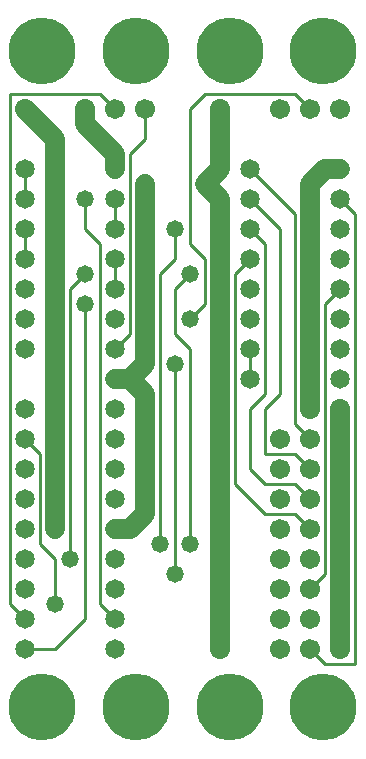
<source format=gtl>
%MOIN*%
%FSLAX25Y25*%
G04 D10 used for Character Trace; *
G04     Circle (OD=.01000) (No hole)*
G04 D11 used for Power Trace; *
G04     Circle (OD=.06700) (No hole)*
G04 D12 used for Signal Trace; *
G04     Circle (OD=.01100) (No hole)*
G04 D13 used for Via; *
G04     Circle (OD=.05800) (Round. Hole ID=.02800)*
G04 D14 used for Component hole; *
G04     Circle (OD=.06500) (Round. Hole ID=.03500)*
G04 D15 used for Component hole; *
G04     Circle (OD=.06700) (Round. Hole ID=.04300)*
G04 D16 used for Component hole; *
G04     Circle (OD=.08100) (Round. Hole ID=.05100)*
G04 D17 used for Component hole; *
G04     Circle (OD=.08900) (Round. Hole ID=.05900)*
G04 D18 used for Component hole; *
G04     Circle (OD=.11300) (Round. Hole ID=.08300)*
G04 D19 used for Component hole; *
G04     Circle (OD=.16000) (Round. Hole ID=.13000)*
G04 D20 used for Component hole; *
G04     Circle (OD=.18300) (Round. Hole ID=.15300)*
G04 D21 used for Component hole; *
G04     Circle (OD=.22291) (Round. Hole ID=.19291)*
%ADD10C,.01000*%
%ADD11C,.06700*%
%ADD12C,.01100*%
%ADD13C,.05800*%
%ADD14C,.06500*%
%ADD15C,.06700*%
%ADD16C,.08100*%
%ADD17C,.08900*%
%ADD18C,.11300*%
%ADD19C,.16000*%
%ADD20C,.18300*%
%ADD21C,.22291*%
%IPPOS*%
%LPD*%
G90*X0Y0D02*D21*X15625Y15625D03*D12*              
X10000Y35000D02*X20000D01*D14*X10000D03*D12*      
X20000D02*X30000Y45000D01*Y150000D01*D13*D03*D12* 
X25000Y65000D02*Y155000D01*D13*Y65000D03*D12*     
X20000Y50000D02*Y65000D01*D13*Y50000D03*D14*      
X10000Y55000D03*Y45000D03*D12*X5000Y50000D01*     
Y220000D01*X35000D01*X40000Y215000D01*D15*D03*D12*
X45000Y200000D02*X50000Y205000D01*                
X45000Y140000D02*Y200000D01*X40000Y135000D02*     
X45000Y140000D01*D14*X40000Y135000D03*D11*        
X45000Y125000D02*X50000Y130000D01*Y120000D02*     
X45000Y125000D01*X50000Y80000D02*Y120000D01*      
X45000Y75000D02*X50000Y80000D01*X40000Y75000D02*  
X45000D01*D14*X40000D03*Y85000D03*Y65000D03*D13*  
X55000Y70000D03*D12*Y160000D01*X60000Y165000D01*  
Y175000D01*D13*D03*D12*X70000Y165000D02*          
X65000Y170000D01*X70000Y150000D02*Y165000D01*     
X65000Y145000D02*X70000Y150000D01*D13*            
X65000Y145000D03*D12*Y135000D02*X60000Y140000D01* 
X65000Y70000D02*Y135000D01*D13*Y70000D03*D15*     
X75000Y65000D03*D11*Y55000D01*D15*D03*D11*        
Y45000D01*D15*D03*D11*Y35000D01*D15*D03*          
X95000Y55000D03*Y35000D03*D21*X78125Y15625D03*D15*
X95000Y45000D03*D13*X60000Y60000D03*D12*          
Y130000D01*D13*D03*D12*Y140000D02*Y155000D01*     
X65000Y160000D01*D13*D03*D12*Y170000D02*          
Y215000D01*X70000Y220000D01*X100000D01*           
X105000Y215000D01*D15*D03*X115000D03*X95000D03*   
D14*X85000Y195000D03*D12*X100000Y180000D01*       
Y110000D01*X105000Y105000D01*D15*D03*D12*         
Y95000D02*X100000Y100000D01*D15*X105000Y95000D03* 
D12*X90000Y100000D02*X100000D01*X90000D02*        
Y115000D01*X95000Y120000D01*Y175000D01*           
X85000Y185000D01*D14*D03*D11*X70000Y190000D02*    
X75000Y195000D01*D14*X70000Y190000D03*D11*        
X75000Y185000D01*Y125000D01*D13*D03*D11*          
Y105000D01*D15*D03*D11*Y95000D01*D15*D03*D11*     
Y85000D01*D15*D03*D11*Y75000D01*D15*D03*D11*      
Y65000D01*D12*X90000Y80000D02*X100000D01*         
X105000Y75000D01*D15*D03*X115000Y65000D03*D11*    
Y55000D01*D15*D03*D11*Y45000D01*D15*D03*D11*      
Y35000D01*D15*D03*D12*X110000Y30000D02*X120000D01*
X110000D02*X105000Y35000D01*D15*D03*Y45000D03*D12*
X120000Y30000D02*Y180000D01*X115000Y185000D01*D14*
D03*D11*X105000Y115000D02*Y190000D01*D15*         
Y115000D03*X115000Y105000D03*D11*Y95000D01*D15*   
D03*D11*Y85000D01*D15*D03*D11*Y75000D01*D15*D03*  
D11*Y65000D01*D12*X105000Y55000D02*               
X110000Y60000D01*D15*X105000Y55000D03*D12*        
X110000Y60000D02*Y150000D01*X115000Y155000D01*D14*
D03*Y165000D03*Y145000D03*Y175000D03*Y135000D03*  
D12*X90000Y120000D02*Y170000D01*X85000Y115000D02* 
X90000Y120000D01*X85000Y95000D02*Y115000D01*      
X90000Y90000D02*X85000Y95000D01*X90000Y90000D02*  
X100000D01*X105000Y85000D01*D15*D03*              
X95000Y95000D03*Y75000D03*Y85000D03*D12*          
X90000Y80000D02*X80000Y90000D01*Y160000D01*       
X85000Y165000D01*D14*D03*D12*X90000Y170000D02*    
X85000Y175000D01*D14*D03*Y155000D03*D11*          
X75000Y195000D02*Y215000D01*D15*D03*D21*          
X78125Y234375D03*D14*X50000Y190000D03*D11*        
Y130000D01*X40000Y125000D02*X45000D01*D14*        
X40000D03*Y115000D03*D13*X20000Y135000D03*D11*    
Y125000D01*D14*D03*D11*Y75000D01*D13*D03*D12*     
Y65000D02*X15000Y70000D01*Y100000D01*             
X10000Y105000D01*D14*D03*Y115000D03*Y95000D03*    
Y85000D03*X40000Y95000D03*D11*X20000Y135000D02*   
Y205000D01*X10000Y215000D01*D15*D03*D11*          
X40000Y200000D02*X30000Y210000D01*                
X40000Y195000D02*Y200000D01*D14*Y195000D03*D12*   
X50000Y205000D02*Y215000D01*D15*D03*X30000D03*D11*
Y210000D01*D14*X10000Y195000D03*D12*Y185000D01*   
D14*D03*Y175000D03*D12*Y165000D01*D14*D03*        
Y155000D03*D12*X25000D02*X30000Y160000D01*D13*D03*
D14*X40000Y155000D03*D12*Y165000D01*D14*D03*D12*  
X35000Y50000D02*Y170000D01*X40000Y45000D02*       
X35000Y50000D01*D14*X40000Y45000D03*Y55000D03*    
Y35000D03*X10000Y75000D03*Y65000D03*D21*          
X46875Y15625D03*D15*X95000Y65000D03*Y105000D03*   
D14*X40000D03*D15*X105000Y65000D03*D21*           
X109375Y15625D03*D11*X115000Y105000D02*Y115000D01*
D15*D03*D14*Y125000D03*X85000Y145000D03*          
Y135000D03*D12*Y125000D01*D14*D03*                
X40000Y145000D03*D12*X35000Y170000D02*            
X30000Y175000D01*Y185000D01*D13*D03*D14*          
X40000Y175000D03*D12*Y185000D01*D14*D03*          
X10000Y145000D03*Y135000D03*D21*X46875Y234375D03* 
X15625D03*D11*X105000Y190000D02*X110000Y195000D01*
X115000D01*D14*D03*D21*X109375Y234375D03*M02*     

</source>
